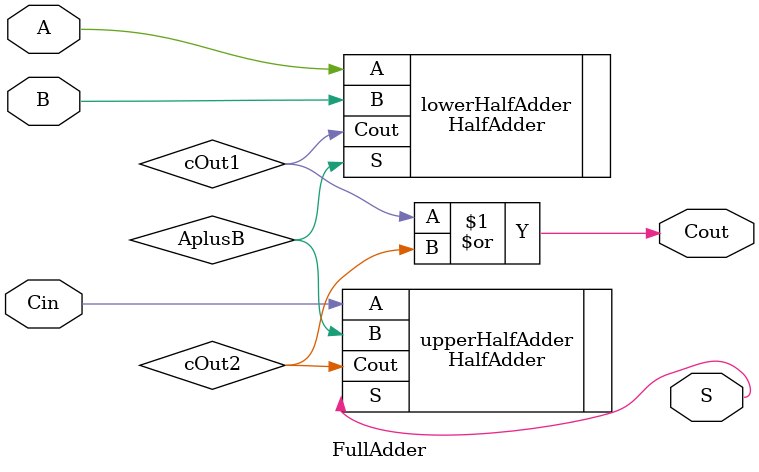
<source format=sv>

`ifndef FullAdder
`define FullAdder

`include "HalfAdder.sv"

module FullAdder(A, B, Cin, S, Cout);
   //
   // ---------------- PORT DEFINITIONS ----------------
   //
   input A, B, Cin;
   output S, Cout;
   
   wire A, B, Cin;
   wire AplusB, cOut1, cOut2;
   wire S, Cout;
   
   //
   // ---------------- MODULE DESIGN IMPLEMENTATION ----------------
   //
   
   HalfAdder lowerHalfAdder (.A(A), .B(B), .S(AplusB), .Cout(cOut1));
   HalfAdder upperHalfAdder (.A(Cin), .B(AplusB), .S(S), .Cout(cOut2));
   or (Cout, cOut1, cOut2);
   
   
endmodule

`endif // HalfAdder
</source>
